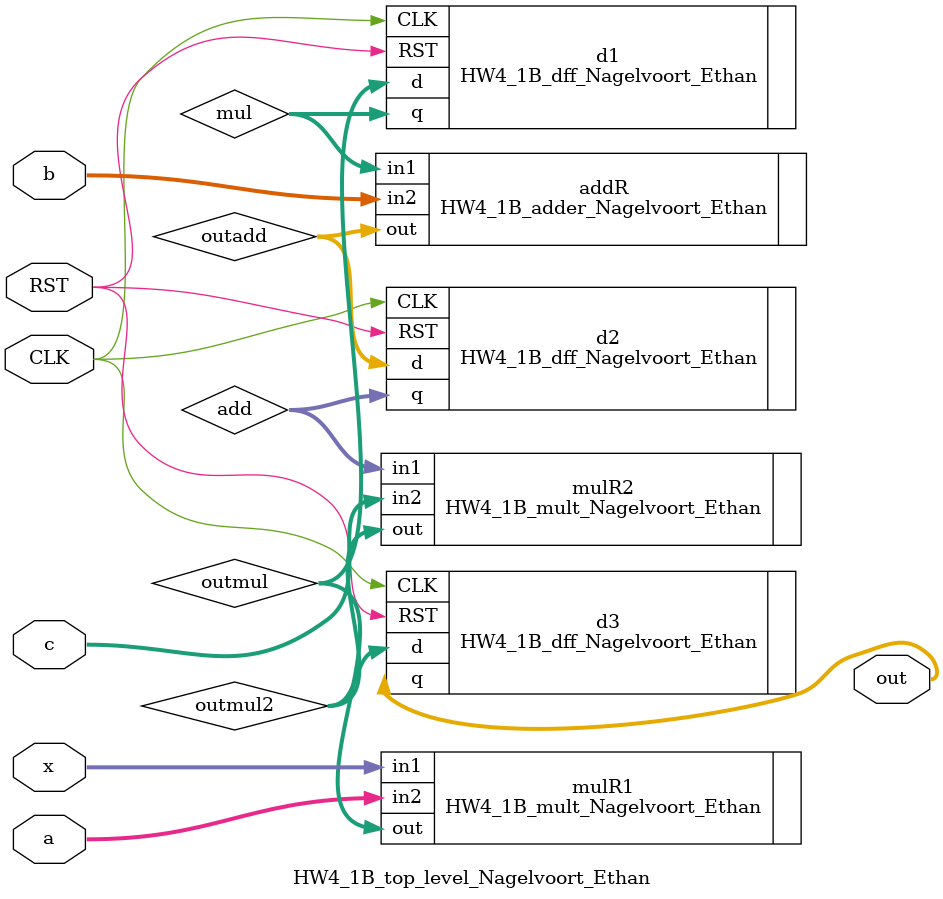
<source format=v>
`timescale 1ns / 1ps

module HW4_1B_top_level_Nagelvoort_Ethan #(parameter WLx = 6, WLa = 2, WLb = 3, WLc = 4,
 WLmul = WLx + WLa, 
 WLadd = (WLmul > WLb) ? WLmul + 1 : WLb + 1,//if WLmul is bigger than WLb, WLadd is WLmul+1.
 //if WLb is bigger than WLmul, WLadd is WLb+1
 WLout = WLadd + WLc)
 (input CLK, RST,
 input signed [WLx - 1 : 0] x,
 input signed [WLa - 1 : 0] a,
 input signed [WLb - 1 : 0] b,
 input signed [WLc - 1 : 0] c,
 output signed [WLout - 1 : 0] out);//final output
 //use wires to connect the modules, as in have one modules output be the input for another
 wire signed [WLmul - 1 : 0] outmul, mul;
 wire signed [WLadd - 1 : 0] outadd, add;
 wire signed [WLout - 1 : 0] outmul2;
 //instantiate the different modules 
 //once it goes through an adder or multiplier,
 //use a d flip flop to have it occur at posedge CLK
 //instantiate modules in the order of the given circuit
 HW4_1B_mult_Nagelvoort_Ethan #(.WLin1(WLx), .WLin2(WLa))
 mulR1 (.in1(x), .in2(a), .out(outmul));
 
 HW4_1B_dff_Nagelvoort_Ethan #(.WL(WLmul))
 d1 (.CLK(CLK), .RST(RST),.d(outmul), .q(mul));
 
 HW4_1B_adder_Nagelvoort_Ethan #(.WLin1(WLmul), .WLin2(WLb))
 addR (.in1(mul), .in2(b), .out(outadd));
 
 HW4_1B_dff_Nagelvoort_Ethan #(.WL(WLadd))
 d2 (.CLK(CLK), .RST(RST),.d(outadd), .q(add));
 
 HW4_1B_mult_Nagelvoort_Ethan #(.WLin1(WLadd), .WLin2(WLc))
 mulR2 (.in1(add), .in2(c), .out(outmul2));
 
 HW4_1B_dff_Nagelvoort_Ethan #(.WL(WLout))
 d3 (.CLK(CLK), .RST(RST),.d(outmul2), .q(out));
endmodule

</source>
